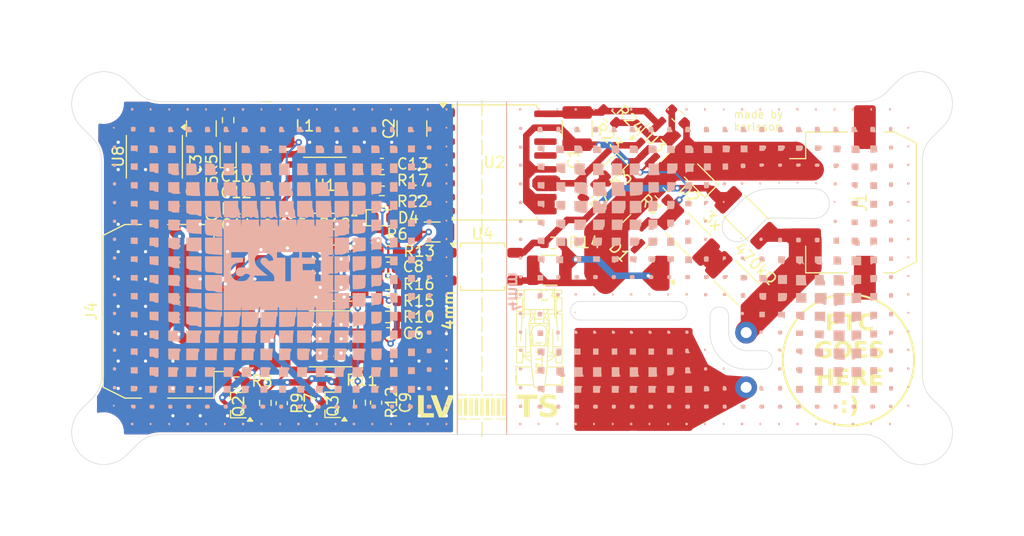
<source format=kicad_pcb>
(kicad_pcb
	(version 20240108)
	(generator "pcbnew")
	(generator_version "8.0")
	(general
		(thickness 1.6)
		(legacy_teardrops no)
	)
	(paper "A4")
	(layers
		(0 "F.Cu" signal)
		(31 "B.Cu" signal)
		(32 "B.Adhes" user "B.Adhesive")
		(33 "F.Adhes" user "F.Adhesive")
		(34 "B.Paste" user)
		(35 "F.Paste" user)
		(36 "B.SilkS" user "B.Silkscreen")
		(37 "F.SilkS" user "F.Silkscreen")
		(38 "B.Mask" user)
		(39 "F.Mask" user)
		(40 "Dwgs.User" user "User.Drawings")
		(41 "Cmts.User" user "User.Comments")
		(42 "Eco1.User" user "User.Eco1")
		(43 "Eco2.User" user "User.Eco2")
		(44 "Edge.Cuts" user)
		(45 "Margin" user)
		(46 "B.CrtYd" user "B.Courtyard")
		(47 "F.CrtYd" user "F.Courtyard")
		(48 "B.Fab" user)
		(49 "F.Fab" user)
		(50 "User.1" user)
		(51 "User.2" user)
		(52 "User.3" user)
		(53 "User.4" user)
		(54 "User.5" user)
		(55 "User.6" user)
		(56 "User.7" user)
		(57 "User.8" user)
		(58 "User.9" user)
	)
	(setup
		(stackup
			(layer "F.SilkS"
				(type "Top Silk Screen")
				(color "White")
			)
			(layer "F.Paste"
				(type "Top Solder Paste")
			)
			(layer "F.Mask"
				(type "Top Solder Mask")
				(color "Black")
				(thickness 0.01)
			)
			(layer "F.Cu"
				(type "copper")
				(thickness 0.035)
			)
			(layer "dielectric 1"
				(type "core")
				(color "FR4 natural")
				(thickness 1.51)
				(material "FR4")
				(epsilon_r 4.5)
				(loss_tangent 0.02)
			)
			(layer "B.Cu"
				(type "copper")
				(thickness 0.035)
			)
			(layer "B.Mask"
				(type "Bottom Solder Mask")
				(color "Black")
				(thickness 0.01)
			)
			(layer "B.Paste"
				(type "Bottom Solder Paste")
			)
			(layer "B.SilkS"
				(type "Bottom Silk Screen")
				(color "White")
			)
			(copper_finish "None")
			(dielectric_constraints no)
		)
		(pad_to_mask_clearance 0)
		(allow_soldermask_bridges_in_footprints no)
		(pcbplotparams
			(layerselection 0x00010fc_ffffffff)
			(plot_on_all_layers_selection 0x0000000_00000000)
			(disableapertmacros no)
			(usegerberextensions no)
			(usegerberattributes yes)
			(usegerberadvancedattributes yes)
			(creategerberjobfile yes)
			(dashed_line_dash_ratio 12.000000)
			(dashed_line_gap_ratio 3.000000)
			(svgprecision 4)
			(plotframeref no)
			(viasonmask no)
			(mode 1)
			(useauxorigin no)
			(hpglpennumber 1)
			(hpglpenspeed 20)
			(hpglpendiameter 15.000000)
			(pdf_front_fp_property_popups yes)
			(pdf_back_fp_property_popups yes)
			(dxfpolygonmode yes)
			(dxfimperialunits yes)
			(dxfusepcbnewfont yes)
			(psnegative no)
			(psa4output no)
			(plotreference yes)
			(plotvalue yes)
			(plotfptext yes)
			(plotinvisibletext no)
			(sketchpadsonfab no)
			(subtractmaskfromsilk no)
			(outputformat 1)
			(mirror no)
			(drillshape 1)
			(scaleselection 1)
			(outputdirectory "")
		)
	)
	(net 0 "")
	(net 1 "HV-")
	(net 2 "GND")
	(net 3 "Net-(U8-OUT)")
	(net 4 "Net-(Q1-G)")
	(net 5 "+BATT")
	(net 6 "/RED_EN")
	(net 7 "/RED_Low")
	(net 8 "/GREEN_EN")
	(net 9 "/GREEN_Low")
	(net 10 "Net-(U1-CV)")
	(net 11 "/TRIG")
	(net 12 "/TS_Active")
	(net 13 "/Vdiv")
	(net 14 "Net-(D2-K)")
	(net 15 "Net-(D3-A)")
	(net 16 "Net-(D4-A)")
	(net 17 "HV+")
	(net 18 "/TS_OFF")
	(net 19 "/SDC")
	(net 20 "/RED_High")
	(net 21 "/GREEN_High")
	(net 22 "Net-(Q1-D)")
	(net 23 "Net-(Q2-G)")
	(net 24 "Net-(Q3-G)")
	(net 25 "Net-(R1-Pad1)")
	(net 26 "Net-(R6-Pad2)")
	(net 27 "/TS>60V")
	(net 28 "Net-(U6-ISET)")
	(net 29 "Net-(U7-ISET)")
	(net 30 "Net-(U1-DIS)")
	(net 31 "unconnected-(U2-OUTC-Pad5)")
	(net 32 "unconnected-(U2-OUTB-Pad13)")
	(net 33 "unconnected-(U2-OUTA-Pad14)")
	(net 34 "unconnected-(U2-NC-Pad7)")
	(net 35 "+3V3_HV")
	(net 36 "Net-(D5-A)")
	(net 37 "/Vref")
	(net 38 "unconnected-(U8-NC-Pad4)")
	(net 39 "unconnected-(U8-NC-Pad5)")
	(net 40 "+5V")
	(footprint "Capacitor_SMD:C_0603_1608Metric" (layer "F.Cu") (at 164.68 63.965))
	(footprint "Connector_Molex:Molex_Micro-Fit_3.0_43045-0810_2x04-1MP_P3.00mm_Horizontal" (layer "F.Cu") (at 151.115 67.95 90))
	(footprint "Resistor_SMD:R_0603_1608Metric" (layer "F.Cu") (at 164.68 62.465 180))
	(footprint "Resistor_SMD:R_0603_1608Metric" (layer "F.Cu") (at 164.0975 57.9 180))
	(footprint "Package_TO_SOT_SMD:TO-263-2" (layer "F.Cu") (at 187.1 72.675 -90))
	(footprint "Resistor_SMD:R_0603_1608Metric" (layer "F.Cu") (at 150.8 74.475 180))
	(footprint "Resistor_SMD:R_0603_1608Metric" (layer "F.Cu") (at 191.15 50.15 -45))
	(footprint "Resistor_SMD:R_2010_5025Metric" (layer "F.Cu") (at 192.105552 60.905552 -45))
	(footprint "Package_SO:SOIC-8_3.9x4.9mm_P1.27mm" (layer "F.Cu") (at 143.305 53.825 -90))
	(footprint "Resistor_SMD:R_0603_1608Metric" (layer "F.Cu") (at 162.075 76.3 90))
	(footprint "Resistor_SMD:R_0603_1608Metric" (layer "F.Cu") (at 189.6 57.2 135))
	(footprint "Package_SO:SOIC-8_3.9x4.9mm_P1.27mm" (layer "F.Cu") (at 158.885 56.435 180))
	(footprint "Resistor_SMD:R_0603_1608Metric" (layer "F.Cu") (at 159.425 74.4 180))
	(footprint "Resistor_SMD:R_0603_1608Metric" (layer "F.Cu") (at 184.9 50.133363 -45))
	(footprint "Package_SO:HSOP-8-1EP_3.9x4.9mm_P1.27mm_EP2.41x3.1mm_ThermalVias" (layer "F.Cu") (at 159.425 64.465 180))
	(footprint "Resistor_SMD:R_0603_1608Metric" (layer "F.Cu") (at 164.675 68.465 180))
	(footprint "Capacitor_SMD:C_0603_1608Metric" (layer "F.Cu") (at 154.95 76.35 -90))
	(footprint "Resistor_SMD:R_2010_5025Metric" (layer "F.Cu") (at 196.535184 65.335184 -45))
	(footprint "Capacitor_SMD:C_1210_3225Metric" (layer "F.Cu") (at 181.95 51.25 -90))
	(footprint "LED_SMD:LED_0603_1608Metric" (layer "F.Cu") (at 185.043153 55.056847 -135))
	(footprint "Package_TO_SOT_SMD:SOT-323_SC-70" (layer "F.Cu") (at 151 76.525 180))
	(footprint "Connector_PinHeader_2.54mm:PinHeader_1x02_P2.54mm_Vertical" (layer "F.Cu") (at 197.4 72.4))
	(footprint "Capacitor_SMD:C_1210_3225Metric" (layer "F.Cu") (at 166.85 51.25 -90))
	(footprint "Package_TO_SOT_SMD:SOT-23-5_HandSoldering" (layer "F.Cu") (at 189.1 52.5 45))
	(footprint "Resistor_SMD:R_0603_1608Metric" (layer "F.Cu") (at 164.675 67 180))
	(footprint "Package_SO:SOP-4_3.8x4.1mm_P2.54mm" (layer "F.Cu") (at 173.3 63.87))
	(footprint "Connector_Molex:Molex_Micro-Fit_3.0_43650-0310_1x03-1MP_P3.00mm_Horizontal" (layer "F.Cu") (at 207.9 58 -90))
	(footprint "Package_TO_SOT_SMD:SOT-323_SC-70" (layer "F.Cu") (at 159.625 76.5 180))
	(footprint "MountingHole:MountingHole_3.2mm_M3" (layer "F.Cu") (at 138.67868 48.97868 180))
	(footprint "Resistor_SMD:R_0603_1608Metric" (layer "F.Cu") (at 164.68 65.465))
	(footprint "Capacitor_SMD:C_0603_1608Metric" (layer "F.Cu") (at 153.685 57.1 180))
	(footprint "MountingHole:MountingHole_3.2mm_M3" (layer "F.Cu") (at 213.32132 79.02132))
	(footprint "Resistor_SMD:R_0603_1608Metric" (layer "F.Cu") (at 164.0975 55.985 180))
	(footprint "Resistor_SMD:R_0603_1608Metric" (layer "F.Cu") (at 150.05 50.475 -90))
	(footprint "Capacitor_SMD:C_0603_1608Metric" (layer "F.Cu") (at 146.75 56.975 -90))
	(footprint "Resistor_SMD:R_0603_1608Metric" (layer "F.Cu") (at 153.685 58.6 180))
	(footprint "Capacitor_SMD:C_0603_1608Metric" (layer "F.Cu") (at 163.575 76.3 -90))
	(footprint "Diode_SMD:D_SOD-323" (layer "F.Cu") (at 193.1 55.825 135))
	(footprint "MountingHole:MountingHole_3.2mm_M3" (layer "F.Cu") (at 138.67868 79.02132 -90))
	(footprint "Resistor_SMD:R_0603_1608Metric"
		(layer "F.Cu")
		(uuid "a081caff-6414-46f6-a813-aa57d8eb28f7")
		(at 183.1 57 45)
		(descr "Resistor SMD 0603 (1608 Metric), square (rectangular) end terminal, IPC_7351 nominal, (Body size source: IPC-SM-782 page 72, https://www.pcb-3d.com/wordpress/wp-content/uploads/ipc-sm-782a_amendment_1_and_2.pdf), generated with kicad-footprint-generator")
		(tags "resistor")
		(property "Reference" "R7"
			(at 0 1.414214 45)
			(layer "F.SilkS")
			(uuid "7f02e929-8bdb-45c1-bfea-53f2f66a8564")
			(effects
				(font
					(size 1 1)
					(thickness 0.15)
				)
			)
		)
		(property "Value" "1k"
			(at 0 1.43 45)
			(layer "F.Fab")
			(uuid "b34bc80b-dba2-46c4-bcba-6c2a502b8cfc")
			(effects
				(font
					(size 1 1)
					(thickness 0.15)
				)
			)
		)
		(property "Footprint" "Resistor_SMD:R_0603_1608Metric"
			(at 0 0 45)
			(unlocked yes)
			(layer "F.Fab")
			(hide yes)
			(uuid "e1f6cabd-6181-4a98-8ab2-8500f5254925")
			(effects
				(font
					(size 1.27 1.27)
					(thickness 0.15)
				)
			)
		)
		(property "Datasheet" ""
			(at 0 0 45)
			(unlocked yes)
			(layer "F.Fab")
			(hide yes)
			(uuid "1d348708-3916-40e8-940b-aea2920cda1a")
			(effects
				(font
					(size 1.27 1.27)
					(thickness 0.15)
				)
			)
		)
		(property "Description" "Resistor"
			(at 0 0 45)
			(unlocked yes)
			(layer "F.Fab")
			(hide yes)
			(uuid "fd8747ae-ebdb-45a4-b881-ef6ff4cf8fb1")
			(effects
				(font
					(size 1.27 1.27)
					(thickness 0.15)
				)
			)
		)
		(property ki_fp_filters "R_*")
		(path "/3d048690-6ec8-4d32-b7f8-0c9f6b0a02a7")
		(sheetname "Root")
		(sheetfile "DC.kicad_sch")
		(attr smd)
		(fp_line
			(start -0.237258 -0.5225)
			(end 0.237258 -0.5225)
			(stroke
				(width 0.12)
				(type solid)
			)
			(layer "F.SilkS")
			(uuid "3962468f-2259-4f45-8cfb-ea31af4eac9b")
		)
		(fp_line
			(start -0.237258 0.5225)
			(end 0.237258 0.5225)
			(stroke
				(width 0.12)
				(type solid)
			)
			(layer "F.SilkS")
			(uuid "2c33036e-7bbd-4ddc-8111-a74da6e05cff")
		)
		(fp_line
			(start -1.48 -0.73)
			(end 1.48 -0.73)
			(stroke
				(width 0.05)
				(type solid)
			)
			(layer "F.CrtYd")
			(uuid "c3170c89-a492-41cd-82e8-59c59a64655b")
		)
		(fp_line
			(start -1.48 0.73)
			(end -1.48 -0.73)
			(stroke
				(width 0.05)
				(type solid)
			)
			(layer "F.CrtYd")
			(uuid "364b3546-7ccd-4fec-a69d-2db2382a18f9")
		)
		(fp_line
			(start 1.48 -0.73)
			(end 1.48 0.73)
			(stroke
				(width 0.05)
				(type solid)
			)
			(layer "F.CrtYd")
			(uuid "a0a6bbec-fd01-4df4-8b1e-aa83f6644e4c")
		)
		(fp_line
			(start 1.48 0.73)
			(end -1.48 0.73)
			(stroke
				(width 0.05)
				(type solid)
			)
			(layer "F.CrtYd")
			(uuid "f535b1fc-1cb4-488c-b87d-53651624d54d")
		)
		(fp_line
			(start -0.8 -0.4125)
			(end 0.8 -0.4125)
			(stroke
				(width 0.1)
				(type solid)
			)
			(layer "F.Fab")
			(uuid "80f1c461-bd76-430d-bd75-b6a59da3b88c")
		)
		(fp_line
			(start -0.8 0.4125)
			(end -0.8 -0.4125)
			(stroke
				(width 0.1)
				(type solid)
			)
			(layer "F.Fab")
			(uuid "01d14721-815a-4359-885d-486812167047")
		)
		(fp_line
			(start 0.8 -0.4125)
			(end 0.8 0.4125)
			(stroke
				(width 0.1)
				(type solid)
			)
			(layer "F.Fab")
			(uuid "b124e87b-3b69-4575-a6a4-e31c10c52bc4")
		)
		(fp_line
			(start 0.8 0.4125)
			(end -0.8 0.4125)
			(stroke
				(width 0.1)
				(type solid)
			)
			(layer "F.Fab")
			(uuid "7ccf31e5-3977-4b69-b9a0-141c8c9344d6")
		)
		(fp_text user "${REFERENCE}"
			(at 0 0 45)
			(layer "F.Fab")
			(uuid "c0ff03cd-2798-481b-bfbe-8172f50c36bb")
			(effects
				(font
					(size 0.4 0.4)
					(thickness 0.06)
				)
			)
		)
		(pad "1" smd roundrect
			(at -0.825 0 45)
			(size 0.8 0.95)
			(layers "F.Cu" "F.Paste" "F.Mask")
			(roundrect_rratio 0.25)
			(net 27 "/TS>60V")
			(pintype "passive")
			(uuid "3cab3881-a711-42a7-8617-c0e7d9d82caf")
		)
		(pad "2" smd roundrect
			(at 0.825 0 45)
			(size 0.8 0.95)
			(layers "F.Cu" "F.Paste" "F.Mask")
			(roundrect_rratio 0.25)
			(net 15 "Net-(D3-A)")
			(pintype "passive")
			(uuid "9ce4193e-94c2-4b2b-a911-4476cc9e9fe6")
... [769306 chars truncated]
</source>
